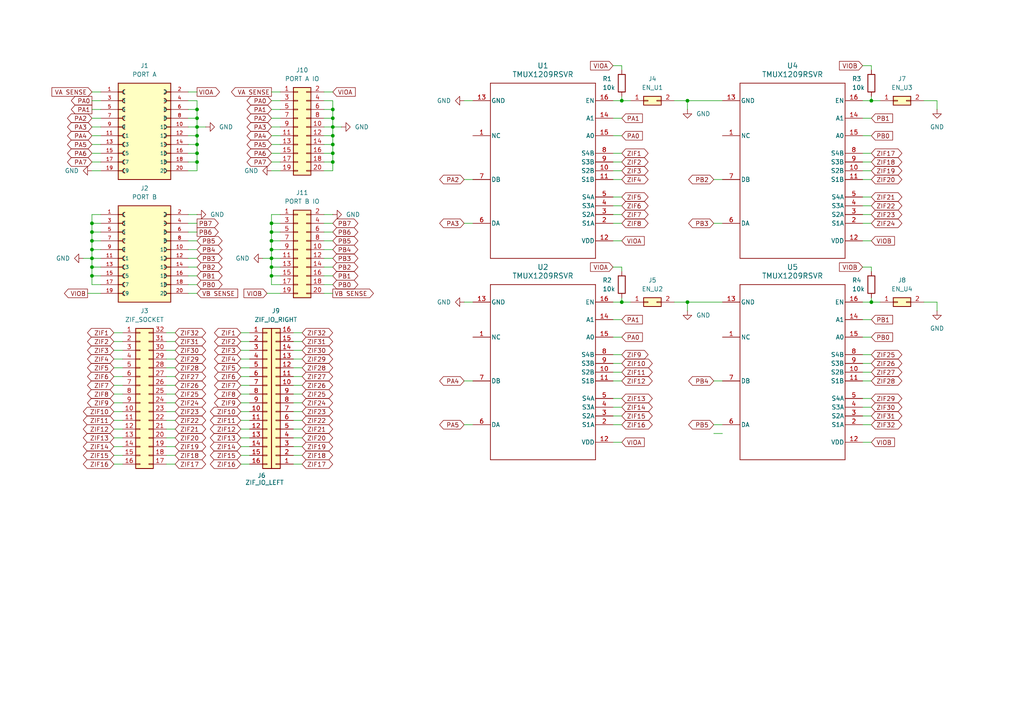
<source format=kicad_sch>
(kicad_sch (version 20250114) (generator "eeschema") (generator_version "9.0")
  (paper "A4")
  (junction (at 57.15 31.75))
  (junction (at 78.74 80.01))
  (junction (at 252.73 87.63))
  (junction (at 180.34 29.21))
  (junction (at 199.39 29.21))
  (junction (at 78.74 67.31))
  (junction (at 26.67 77.47))
  (junction (at 78.74 72.39))
  (junction (at 252.73 29.21))
  (junction (at 78.74 77.47))
  (junction (at 26.67 80.01))
  (junction (at 199.39 87.63))
  (junction (at 57.15 39.37))
  (junction (at 26.67 74.93))
  (junction (at 78.74 64.77))
  (junction (at 57.15 41.91))
  (junction (at 26.67 72.39))
  (junction (at 96.52 31.75))
  (junction (at 96.52 46.99))
  (junction (at 96.52 34.29))
  (junction (at 57.15 44.45))
  (junction (at 26.67 64.77))
  (junction (at 57.15 34.29))
  (junction (at 78.74 74.93))
  (junction (at 57.15 46.99))
  (junction (at 26.67 69.85))
  (junction (at 96.52 39.37))
  (junction (at 96.52 36.83))
  (junction (at 57.15 36.83))
  (junction (at 96.52 44.45))
  (junction (at 78.74 69.85))
  (junction (at 26.67 67.31))
  (junction (at 96.52 41.91))
  (junction (at 180.34 87.63))
  (wire (pts (xy 33.02 116.84) (xy 35.56 116.84)))
  (wire (pts (xy 93.98 82.55) (xy 96.52 82.55)))
  (wire (pts (xy 252.73 27.94) (xy 252.73 29.21)))
  (wire (pts (xy 207.01 64.77) (xy 209.55 64.77)))
  (wire (pts (xy 177.8 39.37) (xy 180.34 39.37)))
  (wire (pts (xy 26.67 77.47) (xy 26.67 74.93)))
  (wire (pts (xy 33.02 134.62) (xy 35.56 134.62)))
  (wire (pts (xy 177.8 102.87) (xy 180.34 102.87)))
  (wire (pts (xy 69.85 132.08) (xy 72.39 132.08)))
  (wire (pts (xy 85.09 106.68) (xy 87.63 106.68)))
  (wire (pts (xy 177.8 49.53) (xy 180.34 49.53)))
  (wire (pts (xy 48.26 132.08) (xy 50.8 132.08)))
  (wire (pts (xy 207.01 52.07) (xy 209.55 52.07)))
  (wire (pts (xy 54.61 74.93) (xy 57.15 74.93)))
  (wire (pts (xy 85.09 119.38) (xy 87.63 119.38)))
  (wire (pts (xy 54.61 49.53) (xy 57.15 49.53)))
  (wire (pts (xy 57.15 39.37) (xy 57.15 41.91)))
  (wire (pts (xy 69.85 127) (xy 72.39 127)))
  (wire (pts (xy 54.61 64.77) (xy 57.15 64.77)))
  (wire (pts (xy 177.8 110.49) (xy 180.34 110.49)))
  (wire (pts (xy 69.85 114.3) (xy 72.39 114.3)))
  (wire (pts (xy 85.09 96.52) (xy 87.63 96.52)))
  (wire (pts (xy 26.67 72.39) (xy 29.21 72.39)))
  (wire (pts (xy 69.85 96.52) (xy 72.39 96.52)))
  (wire (pts (xy 29.21 82.55) (xy 26.67 82.55)))
  (wire (pts (xy 177.8 46.99) (xy 180.34 46.99)))
  (wire (pts (xy 78.74 80.01) (xy 78.74 77.47)))
  (wire (pts (xy 78.74 31.75) (xy 81.28 31.75)))
  (wire (pts (xy 180.34 86.36) (xy 180.34 87.63)))
  (wire (pts (xy 54.61 31.75) (xy 57.15 31.75)))
  (wire (pts (xy 177.8 19.05) (xy 180.34 19.05)))
  (wire (pts (xy 177.8 120.65) (xy 180.34 120.65)))
  (wire (pts (xy 250.19 115.57) (xy 252.73 115.57)))
  (wire (pts (xy 93.98 34.29) (xy 96.52 34.29)))
  (wire (pts (xy 33.02 106.68) (xy 35.56 106.68)))
  (wire (pts (xy 85.09 116.84) (xy 87.63 116.84)))
  (wire (pts (xy 252.73 87.63) (xy 250.19 87.63)))
  (wire (pts (xy 93.98 69.85) (xy 96.52 69.85)))
  (wire (pts (xy 177.8 64.77) (xy 180.34 64.77)))
  (wire (pts (xy 48.26 96.52) (xy 50.8 96.52)))
  (wire (pts (xy 78.74 49.53) (xy 81.28 49.53)))
  (wire (pts (xy 26.67 64.77) (xy 29.21 64.77)))
  (wire (pts (xy 78.74 77.47) (xy 81.28 77.47)))
  (wire (pts (xy 69.85 99.06) (xy 72.39 99.06)))
  (wire (pts (xy 57.15 31.75) (xy 57.15 34.29)))
  (wire (pts (xy 134.62 123.19) (xy 137.16 123.19)))
  (wire (pts (xy 77.47 85.09) (xy 81.28 85.09)))
  (wire (pts (xy 78.74 34.29) (xy 81.28 34.29)))
  (wire (pts (xy 93.98 85.09) (xy 96.52 85.09)))
  (wire (pts (xy 26.67 69.85) (xy 29.21 69.85)))
  (wire (pts (xy 85.09 132.08) (xy 87.63 132.08)))
  (wire (pts (xy 180.34 27.94) (xy 180.34 29.21)))
  (wire (pts (xy 252.73 29.21) (xy 250.19 29.21)))
  (wire (pts (xy 177.8 105.41) (xy 180.34 105.41)))
  (wire (pts (xy 54.61 29.21) (xy 57.15 29.21)))
  (wire (pts (xy 33.02 124.46) (xy 35.56 124.46)))
  (wire (pts (xy 69.85 111.76) (xy 72.39 111.76)))
  (wire (pts (xy 26.67 36.83) (xy 29.21 36.83)))
  (wire (pts (xy 252.73 86.36) (xy 252.73 87.63)))
  (wire (pts (xy 250.19 102.87) (xy 252.73 102.87)))
  (wire (pts (xy 69.85 119.38) (xy 72.39 119.38)))
  (wire (pts (xy 93.98 41.91) (xy 96.52 41.91)))
  (wire (pts (xy 33.02 104.14) (xy 35.56 104.14)))
  (wire (pts (xy 252.73 87.63) (xy 255.27 87.63)))
  (wire (pts (xy 177.8 59.69) (xy 180.34 59.69)))
  (wire (pts (xy 93.98 77.47) (xy 96.52 77.47)))
  (wire (pts (xy 271.78 87.63) (xy 271.78 90.17)))
  (wire (pts (xy 26.67 80.01) (xy 26.67 77.47)))
  (wire (pts (xy 85.09 111.76) (xy 87.63 111.76)))
  (wire (pts (xy 85.09 99.06) (xy 87.63 99.06)))
  (wire (pts (xy 54.61 26.67) (xy 57.15 26.67)))
  (wire (pts (xy 93.98 36.83) (xy 96.52 36.83)))
  (wire (pts (xy 26.67 39.37) (xy 29.21 39.37)))
  (wire (pts (xy 177.8 62.23) (xy 180.34 62.23)))
  (wire (pts (xy 96.52 49.53) (xy 96.52 46.99)))
  (wire (pts (xy 57.15 46.99) (xy 54.61 46.99)))
  (wire (pts (xy 78.74 41.91) (xy 81.28 41.91)))
  (wire (pts (xy 250.19 59.69) (xy 252.73 59.69)))
  (wire (pts (xy 177.8 118.11) (xy 180.34 118.11)))
  (wire (pts (xy 25.4 85.09) (xy 29.21 85.09)))
  (wire (pts (xy 96.52 36.83) (xy 96.52 39.37)))
  (wire (pts (xy 93.98 64.77) (xy 96.52 64.77)))
  (wire (pts (xy 78.74 67.31) (xy 81.28 67.31)))
  (wire (pts (xy 78.74 29.21) (xy 81.28 29.21)))
  (wire (pts (xy 85.09 124.46) (xy 87.63 124.46)))
  (wire (pts (xy 26.67 41.91) (xy 29.21 41.91)))
  (wire (pts (xy 250.19 19.05) (xy 252.73 19.05)))
  (wire (pts (xy 177.8 52.07) (xy 180.34 52.07)))
  (wire (pts (xy 69.85 109.22) (xy 72.39 109.22)))
  (wire (pts (xy 177.8 34.29) (xy 180.34 34.29)))
  (wire (pts (xy 177.8 128.27) (xy 180.34 128.27)))
  (wire (pts (xy 26.67 46.99) (xy 29.21 46.99)))
  (wire (pts (xy 85.09 114.3) (xy 87.63 114.3)))
  (wire (pts (xy 33.02 119.38) (xy 35.56 119.38)))
  (wire (pts (xy 180.34 77.47) (xy 180.34 78.74)))
  (wire (pts (xy 54.61 67.31) (xy 57.15 67.31)))
  (wire (pts (xy 250.19 69.85) (xy 252.73 69.85)))
  (wire (pts (xy 57.15 34.29) (xy 57.15 36.83)))
  (wire (pts (xy 252.73 77.47) (xy 252.73 78.74)))
  (wire (pts (xy 250.19 123.19) (xy 252.73 123.19)))
  (wire (pts (xy 207.01 123.19) (xy 209.55 123.19)))
  (wire (pts (xy 81.28 62.23) (xy 78.74 62.23)))
  (wire (pts (xy 207.01 125.73) (xy 209.55 125.73)))
  (wire (pts (xy 54.61 72.39) (xy 57.15 72.39)))
  (wire (pts (xy 54.61 34.29) (xy 57.15 34.29)))
  (wire (pts (xy 26.67 80.01) (xy 29.21 80.01)))
  (wire (pts (xy 250.19 110.49) (xy 252.73 110.49)))
  (wire (pts (xy 57.15 36.83) (xy 59.69 36.83)))
  (wire (pts (xy 26.67 29.21) (xy 29.21 29.21)))
  (wire (pts (xy 250.19 97.79) (xy 252.73 97.79)))
  (wire (pts (xy 195.58 87.63) (xy 199.39 87.63)))
  (wire (pts (xy 78.74 69.85) (xy 81.28 69.85)))
  (wire (pts (xy 96.52 36.83) (xy 99.06 36.83)))
  (wire (pts (xy 26.67 44.45) (xy 29.21 44.45)))
  (wire (pts (xy 48.26 116.84) (xy 50.8 116.84)))
  (wire (pts (xy 93.98 80.01) (xy 96.52 80.01)))
  (wire (pts (xy 78.74 74.93) (xy 81.28 74.93)))
  (wire (pts (xy 78.74 44.45) (xy 81.28 44.45)))
  (wire (pts (xy 48.26 109.22) (xy 50.8 109.22)))
  (wire (pts (xy 48.26 134.62) (xy 50.8 134.62)))
  (wire (pts (xy 250.19 49.53) (xy 252.73 49.53)))
  (wire (pts (xy 78.74 72.39) (xy 81.28 72.39)))
  (wire (pts (xy 250.19 57.15) (xy 252.73 57.15)))
  (wire (pts (xy 252.73 29.21) (xy 255.27 29.21)))
  (wire (pts (xy 69.85 124.46) (xy 72.39 124.46)))
  (wire (pts (xy 134.62 52.07) (xy 137.16 52.07)))
  (wire (pts (xy 271.78 29.21) (xy 271.78 31.75)))
  (wire (pts (xy 180.34 29.21) (xy 177.8 29.21)))
  (wire (pts (xy 78.74 72.39) (xy 78.74 69.85)))
  (wire (pts (xy 48.26 101.6) (xy 50.8 101.6)))
  (wire (pts (xy 267.97 29.21) (xy 271.78 29.21)))
  (wire (pts (xy 85.09 121.92) (xy 87.63 121.92)))
  (wire (pts (xy 250.19 34.29) (xy 252.73 34.29)))
  (wire (pts (xy 26.67 49.53) (xy 29.21 49.53)))
  (wire (pts (xy 250.19 128.27) (xy 252.73 128.27)))
  (wire (pts (xy 250.19 64.77) (xy 252.73 64.77)))
  (wire (pts (xy 85.09 109.22) (xy 87.63 109.22)))
  (wire (pts (xy 54.61 62.23) (xy 57.15 62.23)))
  (wire (pts (xy 177.8 57.15) (xy 180.34 57.15)))
  (wire (pts (xy 250.19 118.11) (xy 252.73 118.11)))
  (wire (pts (xy 96.52 44.45) (xy 96.52 46.99)))
  (wire (pts (xy 24.13 74.93) (xy 26.67 74.93)))
  (wire (pts (xy 78.74 26.67) (xy 81.28 26.67)))
  (wire (pts (xy 26.67 31.75) (xy 29.21 31.75)))
  (wire (pts (xy 69.85 121.92) (xy 72.39 121.92)))
  (wire (pts (xy 78.74 36.83) (xy 81.28 36.83)))
  (wire (pts (xy 267.97 87.63) (xy 271.78 87.63)))
  (wire (pts (xy 250.19 107.95) (xy 252.73 107.95)))
  (wire (pts (xy 177.8 123.19) (xy 180.34 123.19)))
  (wire (pts (xy 78.74 62.23) (xy 78.74 64.77)))
  (wire (pts (xy 199.39 29.21) (xy 209.55 29.21)))
  (wire (pts (xy 93.98 31.75) (xy 96.52 31.75)))
  (wire (pts (xy 33.02 129.54) (xy 35.56 129.54)))
  (wire (pts (xy 195.58 29.21) (xy 199.39 29.21)))
  (wire (pts (xy 33.02 99.06) (xy 35.56 99.06)))
  (wire (pts (xy 85.09 129.54) (xy 87.63 129.54)))
  (wire (pts (xy 48.26 121.92) (xy 50.8 121.92)))
  (wire (pts (xy 177.8 69.85) (xy 180.34 69.85)))
  (wire (pts (xy 78.74 39.37) (xy 81.28 39.37)))
  (wire (pts (xy 85.09 101.6) (xy 87.63 101.6)))
  (wire (pts (xy 93.98 26.67) (xy 96.52 26.67)))
  (wire (pts (xy 252.73 19.05) (xy 252.73 20.32)))
  (wire (pts (xy 177.8 77.47) (xy 180.34 77.47)))
  (wire (pts (xy 33.02 127) (xy 35.56 127)))
  (wire (pts (xy 48.26 111.76) (xy 50.8 111.76)))
  (wire (pts (xy 78.74 80.01) (xy 81.28 80.01)))
  (wire (pts (xy 54.61 41.91) (xy 57.15 41.91)))
  (wire (pts (xy 33.02 114.3) (xy 35.56 114.3)))
  (wire (pts (xy 26.67 67.31) (xy 29.21 67.31)))
  (wire (pts (xy 199.39 90.17) (xy 199.39 87.63)))
  (wire (pts (xy 96.52 29.21) (xy 96.52 31.75)))
  (wire (pts (xy 69.85 104.14) (xy 72.39 104.14)))
  (wire (pts (xy 207.01 110.49) (xy 209.55 110.49)))
  (wire (pts (xy 26.67 26.67) (xy 29.21 26.67)))
  (wire (pts (xy 93.98 44.45) (xy 96.52 44.45)))
  (wire (pts (xy 57.15 41.91) (xy 57.15 44.45)))
  (wire (pts (xy 78.74 64.77) (xy 81.28 64.77)))
  (wire (pts (xy 96.52 46.99) (xy 93.98 46.99)))
  (wire (pts (xy 96.52 34.29) (xy 96.52 36.83)))
  (wire (pts (xy 250.19 44.45) (xy 252.73 44.45)))
  (wire (pts (xy 134.62 29.21) (xy 137.16 29.21)))
  (wire (pts (xy 93.98 39.37) (xy 96.52 39.37)))
  (wire (pts (xy 177.8 97.79) (xy 180.34 97.79)))
  (wire (pts (xy 48.26 119.38) (xy 50.8 119.38)))
  (wire (pts (xy 81.28 82.55) (xy 78.74 82.55)))
  (wire (pts (xy 85.09 127) (xy 87.63 127)))
  (wire (pts (xy 250.19 120.65) (xy 252.73 120.65)))
  (wire (pts (xy 33.02 132.08) (xy 35.56 132.08)))
  (wire (pts (xy 180.34 87.63) (xy 182.88 87.63)))
  (wire (pts (xy 48.26 127) (xy 50.8 127)))
  (wire (pts (xy 250.19 105.41) (xy 252.73 105.41)))
  (wire (pts (xy 180.34 29.21) (xy 182.88 29.21)))
  (wire (pts (xy 78.74 82.55) (xy 78.74 80.01)))
  (wire (pts (xy 54.61 77.47) (xy 57.15 77.47)))
  (wire (pts (xy 48.26 124.46) (xy 50.8 124.46)))
  (wire (pts (xy 26.67 34.29) (xy 29.21 34.29)))
  (wire (pts (xy 57.15 29.21) (xy 57.15 31.75)))
  (wire (pts (xy 54.61 85.09) (xy 57.15 85.09)))
  (wire (pts (xy 26.67 72.39) (xy 26.67 69.85)))
  (wire (pts (xy 54.61 39.37) (xy 57.15 39.37)))
  (wire (pts (xy 69.85 134.62) (xy 72.39 134.62)))
  (wire (pts (xy 134.62 110.49) (xy 137.16 110.49)))
  (wire (pts (xy 69.85 129.54) (xy 72.39 129.54)))
  (wire (pts (xy 78.74 67.31) (xy 78.74 64.77)))
  (wire (pts (xy 29.21 62.23) (xy 26.67 62.23)))
  (wire (pts (xy 78.74 74.93) (xy 78.74 72.39)))
  (wire (pts (xy 26.67 62.23) (xy 26.67 64.77)))
  (wire (pts (xy 93.98 29.21) (xy 96.52 29.21)))
  (wire (pts (xy 54.61 44.45) (xy 57.15 44.45)))
  (wire (pts (xy 250.19 39.37) (xy 252.73 39.37)))
  (wire (pts (xy 177.8 92.71) (xy 180.34 92.71)))
  (wire (pts (xy 134.62 87.63) (xy 137.16 87.63)))
  (wire (pts (xy 93.98 67.31) (xy 96.52 67.31)))
  (wire (pts (xy 26.67 82.55) (xy 26.67 80.01)))
  (wire (pts (xy 96.52 31.75) (xy 96.52 34.29)))
  (wire (pts (xy 93.98 62.23) (xy 96.52 62.23)))
  (wire (pts (xy 177.8 115.57) (xy 180.34 115.57)))
  (wire (pts (xy 26.67 69.85) (xy 26.67 67.31)))
  (wire (pts (xy 57.15 49.53) (xy 57.15 46.99)))
  (wire (pts (xy 54.61 69.85) (xy 57.15 69.85)))
  (wire (pts (xy 96.52 39.37) (xy 96.52 41.91)))
  (wire (pts (xy 26.67 74.93) (xy 29.21 74.93)))
  (wire (pts (xy 33.02 96.52) (xy 35.56 96.52)))
  (wire (pts (xy 93.98 72.39) (xy 96.52 72.39)))
  (wire (pts (xy 93.98 74.93) (xy 96.52 74.93)))
  (wire (pts (xy 48.26 104.14) (xy 50.8 104.14)))
  (wire (pts (xy 69.85 106.68) (xy 72.39 106.68)))
  (wire (pts (xy 199.39 87.63) (xy 209.55 87.63)))
  (wire (pts (xy 48.26 99.06) (xy 50.8 99.06)))
  (wire (pts (xy 69.85 116.84) (xy 72.39 116.84)))
  (wire (pts (xy 250.19 62.23) (xy 252.73 62.23)))
  (wire (pts (xy 54.61 82.55) (xy 57.15 82.55)))
  (wire (pts (xy 33.02 111.76) (xy 35.56 111.76)))
  (wire (pts (xy 85.09 104.14) (xy 87.63 104.14)))
  (wire (pts (xy 250.19 46.99) (xy 252.73 46.99)))
  (wire (pts (xy 180.34 87.63) (xy 177.8 87.63)))
  (wire (pts (xy 134.62 64.77) (xy 137.16 64.77)))
  (wire (pts (xy 177.8 107.95) (xy 180.34 107.95)))
  (wire (pts (xy 250.19 77.47) (xy 252.73 77.47)))
  (wire (pts (xy 199.39 31.75) (xy 199.39 29.21)))
  (wire (pts (xy 33.02 101.6) (xy 35.56 101.6)))
  (wire (pts (xy 250.19 92.71) (xy 252.73 92.71)))
  (wire (pts (xy 69.85 101.6) (xy 72.39 101.6)))
  (wire (pts (xy 48.26 106.68) (xy 50.8 106.68)))
  (wire (pts (xy 93.98 49.53) (xy 96.52 49.53)))
  (wire (pts (xy 57.15 44.45) (xy 57.15 46.99)))
  (wire (pts (xy 54.61 80.01) (xy 57.15 80.01)))
  (wire (pts (xy 48.26 114.3) (xy 50.8 114.3)))
  (wire (pts (xy 78.74 77.47) (xy 78.74 74.93)))
  (wire (pts (xy 26.67 74.93) (xy 26.67 72.39)))
  (wire (pts (xy 48.26 129.54) (xy 50.8 129.54)))
  (wire (pts (xy 180.34 19.05) (xy 180.34 20.32)))
  (wire (pts (xy 33.02 109.22) (xy 35.56 109.22)))
  (wire (pts (xy 76.2 74.93) (xy 78.74 74.93)))
  (wire (pts (xy 78.74 46.99) (xy 81.28 46.99)))
  (wire (pts (xy 33.02 121.92) (xy 35.56 121.92)))
  (wire (pts (xy 78.74 69.85) (xy 78.74 67.31)))
  (wire (pts (xy 85.09 134.62) (xy 87.63 134.62)))
  (wire (pts (xy 57.15 36.83) (xy 57.15 39.37)))
  (wire (pts (xy 96.52 41.91) (xy 96.52 44.45)))
  (wire (pts (xy 26.67 77.47) (xy 29.21 77.47)))
  (wire (pts (xy 54.61 36.83) (xy 57.15 36.83)))
  (wire (pts (xy 26.67 67.31) (xy 26.67 64.77)))
  (wire (pts (xy 250.19 52.07) (xy 252.73 52.07)))
  (wire (pts (xy 177.8 44.45) (xy 180.34 44.45)))
  (global_label "ZIF1" (shape bidirectional) (at 69.85 96.52 180) (property "Intersheetrefs" "${INTERSHEET_REFS}" (effects (hide yes))))
  (global_label "PB0" (shape bidirectional) (at 96.52 82.55 0) (property "Intersheetrefs" "${INTERSHEET_REFS}" (effects (hide yes))))
  (global_label "ZIF22" (shape bidirectional) (at 87.63 121.92 0) (property "Intersheetrefs" "${INTERSHEET_REFS}" (effects (hide yes))))
  (global_label "ZIF18" (shape bidirectional) (at 87.63 132.08 0) (property "Intersheetrefs" "${INTERSHEET_REFS}" (effects (hide yes))))
  (global_label "PB4" (shape bidirectional) (at 96.52 72.39 0) (property "Intersheetrefs" "${INTERSHEET_REFS}" (effects (hide yes))))
  (global_label "ZIF19" (shape bidirectional) (at 87.63 129.54 0) (property "Intersheetrefs" "${INTERSHEET_REFS}" (effects (hide yes))))
  (global_label "PB1" (shape bidirectional) (at 57.15 80.01 0) (property "Intersheetrefs" "${INTERSHEET_REFS}" (effects (hide yes))))
  (global_label "ZIF23" (shape bidirectional) (at 87.63 119.38 0) (property "Intersheetrefs" "${INTERSHEET_REFS}" (effects (hide yes))))
  (global_label "PA5" (shape bidirectional) (at 134.62 123.19 180) (property "Intersheetrefs" "${INTERSHEET_REFS}" (effects (hide yes))))
  (global_label "ZIF2" (shape bidirectional) (at 69.85 99.06 180) (property "Intersheetrefs" "${INTERSHEET_REFS}" (effects (hide yes))))
  (global_label "VIOA" (shape output) (at 57.15 26.67 0) (property "Intersheetrefs" "${INTERSHEET_REFS}" (effects (hide yes))))
  (global_label "PA2" (shape bidirectional) (at 78.74 34.29 180) (property "Intersheetrefs" "${INTERSHEET_REFS}" (effects (hide yes))))
  (global_label "PA0" (shape input) (at 180.34 39.37 0) (property "Intersheetrefs" "${INTERSHEET_REFS}" (effects (hide yes))))
  (global_label "ZIF28" (shape bidirectional) (at 87.63 106.68 0) (property "Intersheetrefs" "${INTERSHEET_REFS}" (effects (hide yes))))
  (global_label "PB0" (shape input) (at 252.73 39.37 0) (property "Intersheetrefs" "${INTERSHEET_REFS}" (effects (hide yes))))
  (global_label "VIOA" (shape input) (at 180.34 128.27 0) (property "Intersheetrefs" "${INTERSHEET_REFS}" (effects (hide yes))))
  (global_label "PA6" (shape bidirectional) (at 78.74 44.45 180) (property "Intersheetrefs" "${INTERSHEET_REFS}" (effects (hide yes))))
  (global_label "PA0" (shape bidirectional) (at 78.74 29.21 180) (property "Intersheetrefs" "${INTERSHEET_REFS}" (effects (hide yes))))
  (global_label "ZIF7" (shape bidirectional) (at 69.85 111.76 180) (property "Intersheetrefs" "${INTERSHEET_REFS}" (effects (hide yes))))
  (global_label "VIOA" (shape input) (at 96.52 26.67 0) (property "Intersheetrefs" "${INTERSHEET_REFS}" (effects (hide yes))))
  (global_label "VIOB" (shape input) (at 252.73 128.27 0) (property "Intersheetrefs" "${INTERSHEET_REFS}" (effects (hide yes))))
  (global_label "ZIF16" (shape bidirectional) (at 69.85 134.62 180) (property "Intersheetrefs" "${INTERSHEET_REFS}" (effects (hide yes))))
  (global_label "PA7" (shape bidirectional) (at 26.67 46.99 180) (property "Intersheetrefs" "${INTERSHEET_REFS}" (effects (hide yes))))
  (global_label "VIOB" (shape output) (at 25.4 85.09 180) (property "Intersheetrefs" "${INTERSHEET_REFS}" (effects (hide yes))))
  (global_label "ZIF10" (shape bidirectional) (at 69.85 119.38 180) (property "Intersheetrefs" "${INTERSHEET_REFS}" (effects (hide yes))))
  (global_label "PA2" (shape bidirectional) (at 26.67 34.29 180) (property "Intersheetrefs" "${INTERSHEET_REFS}" (effects (hide yes))))
  (global_label "PB6" (shape bidirectional) (at 96.52 67.31 0) (property "Intersheetrefs" "${INTERSHEET_REFS}" (effects (hide yes))))
  (global_label "PB3" (shape bidirectional) (at 207.01 64.77 180) (property "Intersheetrefs" "${INTERSHEET_REFS}" (effects (hide yes))))
  (global_label "VA SENSE" (shape output) (at 78.74 26.67 180) (property "Intersheetrefs" "${INTERSHEET_REFS}" (effects (hide yes))))
  (global_label "PA3" (shape bidirectional) (at 78.74 36.83 180) (property "Intersheetrefs" "${INTERSHEET_REFS}" (effects (hide yes))))
  (global_label "VIOA" (shape input) (at 180.34 69.85 0) (property "Intersheetrefs" "${INTERSHEET_REFS}" (effects (hide yes))))
  (global_label "PA2" (shape bidirectional) (at 134.62 52.07 180) (property "Intersheetrefs" "${INTERSHEET_REFS}" (effects (hide yes))))
  (global_label "ZIF29" (shape bidirectional) (at 87.63 104.14 0) (property "Intersheetrefs" "${INTERSHEET_REFS}" (effects (hide yes))))
  (global_label "ZIF25" (shape bidirectional) (at 87.63 114.3 0) (property "Intersheetrefs" "${INTERSHEET_REFS}" (effects (hide yes))))
  (global_label "ZIF30" (shape bidirectional) (at 87.63 101.6 0) (property "Intersheetrefs" "${INTERSHEET_REFS}" (effects (hide yes))))
  (global_label "PB4" (shape bidirectional) (at 207.01 110.49 180) (property "Intersheetrefs" "${INTERSHEET_REFS}" (effects (hide yes))))
  (global_label "ZIF12" (shape bidirectional) (at 69.85 124.46 180) (property "Intersheetrefs" "${INTERSHEET_REFS}" (effects (hide yes))))
  (global_label "PB1" (shape input) (at 252.73 34.29 0) (property "Intersheetrefs" "${INTERSHEET_REFS}" (effects (hide yes))))
  (global_label "ZIF32" (shape bidirectional) (at 87.63 96.52 0) (property "Intersheetrefs" "${INTERSHEET_REFS}" (effects (hide yes))))
  (global_label "VIOB" (shape input) (at 250.19 77.47 180) (property "Intersheetrefs" "${INTERSHEET_REFS}" (effects (hide yes))))
  (global_label "PA5" (shape bidirectional) (at 78.74 41.91 180) (property "Intersheetrefs" "${INTERSHEET_REFS}" (effects (hide yes))))
  (global_label "PA0" (shape input) (at 180.34 97.79 0) (property "Intersheetrefs" "${INTERSHEET_REFS}" (effects (hide yes))))
  (global_label "PB0" (shape bidirectional) (at 57.15 82.55 0) (property "Intersheetrefs" "${INTERSHEET_REFS}" (effects (hide yes))))
  (global_label "PA0" (shape output) (at 26.67 29.21 180) (property "Intersheetrefs" "${INTERSHEET_REFS}" (effects (hide yes))))
  (global_label "VIOB" (shape input) (at 252.73 69.85 0) (property "Intersheetrefs" "${INTERSHEET_REFS}" (effects (hide yes))))
  (global_label "VA SENSE" (shape input) (at 26.67 26.67 180) (property "Intersheetrefs" "${INTERSHEET_REFS}" (effects (hide yes))))
  (global_label "PA1" (shape input) (at 180.34 92.71 0) (property "Intersheetrefs" "${INTERSHEET_REFS}" (effects (hide yes))))
  (global_label "ZIF4" (shape bidirectional) (at 69.85 104.14 180) (property "Intersheetrefs" "${INTERSHEET_REFS}" (effects (hide yes))))
  (global_label "ZIF22" (shape bidirectional) (at 50.8 121.92 0) (property "Intersheetrefs" "${INTERSHEET_REFS}" (effects (hide yes))))
  (global_label "ZIF23" (shape bidirectional) (at 50.8 119.38 0) (property "Intersheetrefs" "${INTERSHEET_REFS}" (effects (hide yes))))
  (global_label "ZIF25" (shape bidirectional) (at 50.8 114.3 0) (property "Intersheetrefs" "${INTERSHEET_REFS}" (effects (hide yes))))
  (global_label "ZIF24" (shape bidirectional) (at 50.8 116.84 0) (property "Intersheetrefs" "${INTERSHEET_REFS}" (effects (hide yes))))
  (global_label "ZIF21" (shape bidirectional) (at 50.8 124.46 0) (property "Intersheetrefs" "${INTERSHEET_REFS}" (effects (hide yes))))
  (global_label "ZIF26" (shape bidirectional) (at 50.8 111.76 0) (property "Intersheetrefs" "${INTERSHEET_REFS}" (effects (hide yes))))
  (global_label "ZIF30" (shape bidirectional) (at 50.8 101.6 0) (property "Intersheetrefs" "${INTERSHEET_REFS}" (effects (hide yes))))
  (global_label "ZIF31" (shape bidirectional) (at 50.8 99.06 0) (property "Intersheetrefs" "${INTERSHEET_REFS}" (effects (hide yes))))
  (global_label "ZIF27" (shape bidirectional) (at 50.8 109.22 0) (property "Intersheetrefs" "${INTERSHEET_REFS}" (effects (hide yes))))
  (global_label "ZIF28" (shape bidirectional) (at 50.8 106.68 0) (property "Intersheetrefs" "${INTERSHEET_REFS}" (effects (hide yes))))
  (global_label "ZIF29" (shape bidirectional) (at 50.8 104.14 0) (property "Intersheetrefs" "${INTERSHEET_REFS}" (effects (hide yes))))
  (global_label "ZIF32" (shape bidirectional) (at 50.8 96.52 0) (property "Intersheetrefs" "${INTERSHEET_REFS}" (effects (hide yes))))
  (global_label "ZIF18" (shape bidirectional) (at 50.8 132.08 0) (property "Intersheetrefs" "${INTERSHEET_REFS}" (effects (hide yes))))
  (global_label "ZIF19" (shape bidirectional) (at 50.8 129.54 0) (property "Intersheetrefs" "${INTERSHEET_REFS}" (effects (hide yes))))
  (global_label "ZIF17" (shape bidirectional) (at 50.8 134.62 0) (property "Intersheetrefs" "${INTERSHEET_REFS}" (effects (hide yes))))
  (global_label "ZIF20" (shape bidirectional) (at 50.8 127 0) (property "Intersheetrefs" "${INTERSHEET_REFS}" (effects (hide yes))))
  (global_label "PB5" (shape bidirectional) (at 207.01 123.19 180) (property "Intersheetrefs" "${INTERSHEET_REFS}" (effects (hide yes))))
  (global_label "PA5" (shape bidirectional) (at 26.67 41.91 180) (property "Intersheetrefs" "${INTERSHEET_REFS}" (effects (hide yes))))
  (global_label "ZIF6" (shape bidirectional) (at 69.85 109.22 180) (property "Intersheetrefs" "${INTERSHEET_REFS}" (effects (hide yes))))
  (global_label "ZIF13" (shape bidirectional) (at 69.85 127 180) (property "Intersheetrefs" "${INTERSHEET_REFS}" (effects (hide yes))))
  (global_label "ZIF3" (shape bidirectional) (at 69.85 101.6 180) (property "Intersheetrefs" "${INTERSHEET_REFS}" (effects (hide yes))))
  (global_label "ZIF15" (shape bidirectional) (at 69.85 132.08 180) (property "Intersheetrefs" "${INTERSHEET_REFS}" (effects (hide yes))))
  (global_label "PB7" (shape output) (at 57.15 64.77 0) (property "Intersheetrefs" "${INTERSHEET_REFS}" (effects (hide yes))))
  (global_label "ZIF17" (shape bidirectional) (at 87.63 134.62 0) (property "Intersheetrefs" "${INTERSHEET_REFS}" (effects (hide yes))))
  (global_label "PB5" (shape bidirectional) (at 57.15 69.85 0) (property "Intersheetrefs" "${INTERSHEET_REFS}" (effects (hide yes))))
  (global_label "ZIF11" (shape bidirectional) (at 69.85 121.92 180) (property "Intersheetrefs" "${INTERSHEET_REFS}" (effects (hide yes))))
  (global_label "PB2" (shape bidirectional) (at 96.52 77.47 0) (property "Intersheetrefs" "${INTERSHEET_REFS}" (effects (hide yes))))
  (global_label "PB0" (shape input) (at 252.73 97.79 0) (property "Intersheetrefs" "${INTERSHEET_REFS}" (effects (hide yes))))
  (global_label "VIOB" (shape input) (at 250.19 19.05 180) (property "Intersheetrefs" "${INTERSHEET_REFS}" (effects (hide yes))))
  (global_label "VB SENSE" (shape input) (at 57.15 85.09 0) (property "Intersheetrefs" "${INTERSHEET_REFS}" (effects (hide yes))))
  (global_label "ZIF14" (shape bidirectional) (at 69.85 129.54 180) (property "Intersheetrefs" "${INTERSHEET_REFS}" (effects (hide yes))))
  (global_label "VB SENSE" (shape output) (at 96.52 85.09 0) (property "Intersheetrefs" "${INTERSHEET_REFS}" (effects (hide yes))))
  (global_label "PA4" (shape bidirectional) (at 134.62 110.49 180) (property "Intersheetrefs" "${INTERSHEET_REFS}" (effects (hide yes))))
  (global_label "ZIF14" (shape bidirectional) (at 180.34 118.11 0) (property "Intersheetrefs" "${INTERSHEET_REFS}" (effects (hide yes))))
  (global_label "ZIF13" (shape bidirectional) (at 180.34 115.57 0) (property "Intersheetrefs" "${INTERSHEET_REFS}" (effects (hide yes))))
  (global_label "ZIF15" (shape bidirectional) (at 180.34 120.65 0) (property "Intersheetrefs" "${INTERSHEET_REFS}" (effects (hide yes))))
  (global_label "ZIF16" (shape bidirectional) (at 180.34 123.19 0) (property "Intersheetrefs" "${INTERSHEET_REFS}" (effects (hide yes))))
  (global_label "ZIF9" (shape bidirectional) (at 180.34 102.87 0) (property "Intersheetrefs" "${INTERSHEET_REFS}" (effects (hide yes))))
  (global_label "ZIF10" (shape bidirectional) (at 180.34 105.41 0) (property "Intersheetrefs" "${INTERSHEET_REFS}" (effects (hide yes))))
  (global_label "ZIF11" (shape bidirectional) (at 180.34 107.95 0) (property "Intersheetrefs" "${INTERSHEET_REFS}" (effects (hide yes))))
  (global_label "ZIF12" (shape bidirectional) (at 180.34 110.49 0) (property "Intersheetrefs" "${INTERSHEET_REFS}" (effects (hide yes))))
  (global_label "ZIF23" (shape bidirectional) (at 252.73 62.23 0) (property "Intersheetrefs" "${INTERSHEET_REFS}" (effects (hide yes))))
  (global_label "ZIF24" (shape bidirectional) (at 252.73 64.77 0) (property "Intersheetrefs" "${INTERSHEET_REFS}" (effects (hide yes))))
  (global_label "ZIF21" (shape bidirectional) (at 252.73 57.15 0) (property "Intersheetrefs" "${INTERSHEET_REFS}" (effects (hide yes))))
  (global_label "ZIF20" (shape bidirectional) (at 252.73 52.07 0) (property "Intersheetrefs" "${INTERSHEET_REFS}" (effects (hide yes))))
  (global_label "ZIF22" (shape bidirectional) (at 252.73 59.69 0) (property "Intersheetrefs" "${INTERSHEET_REFS}" (effects (hide yes))))
  (global_label "ZIF18" (shape bidirectional) (at 252.73 46.99 0) (property "Intersheetrefs" "${INTERSHEET_REFS}" (effects (hide yes))))
  (global_label "ZIF17" (shape bidirectional) (at 252.73 44.45 0) (property "Intersheetrefs" "${INTERSHEET_REFS}" (effects (hide yes))))
  (global_label "ZIF19" (shape bidirectional) (at 252.73 49.53 0) (property "Intersheetrefs" "${INTERSHEET_REFS}" (effects (hide yes))))
  (global_label "ZIF5" (shape bidirectional) (at 180.34 57.15 0) (property "Intersheetrefs" "${INTERSHEET_REFS}" (effects (hide yes))))
  (global_label "ZIF4" (shape bidirectional) (at 180.34 52.07 0) (property "Intersheetrefs" "${INTERSHEET_REFS}" (effects (hide yes))))
  (global_label "ZIF1" (shape bidirectional) (at 180.34 44.45 0) (property "Intersheetrefs" "${INTERSHEET_REFS}" (effects (hide yes))))
  (global_label "ZIF3" (shape bidirectional) (at 180.34 49.53 0) (property "Intersheetrefs" "${INTERSHEET_REFS}" (effects (hide yes))))
  (global_label "ZIF2" (shape bidirectional) (at 180.34 46.99 0) (property "Intersheetrefs" "${INTERSHEET_REFS}" (effects (hide yes))))
  (global_label "ZIF7" (shape bidirectional) (at 180.34 62.23 0) (property "Intersheetrefs" "${INTERSHEET_REFS}" (effects (hide yes))))
  (global_label "ZIF6" (shape bidirectional) (at 180.34 59.69 0) (property "Intersheetrefs" "${INTERSHEET_REFS}" (effects (hide yes))))
  (global_label "ZIF8" (shape bidirectional) (at 180.34 64.77 0) (property "Intersheetrefs" "${INTERSHEET_REFS}" (effects (hide yes))))
  (global_label "ZIF27" (shape bidirectional) (at 252.73 107.95 0) (property "Intersheetrefs" "${INTERSHEET_REFS}" (effects (hide yes))))
  (global_label "ZIF25" (shape bidirectional) (at 252.73 102.87 0) (property "Intersheetrefs" "${INTERSHEET_REFS}" (effects (hide yes))))
  (global_label "ZIF26" (shape bidirectional) (at 252.73 105.41 0) (property "Intersheetrefs" "${INTERSHEET_REFS}" (effects (hide yes))))
  (global_label "ZIF28" (shape bidirectional) (at 252.73 110.49 0) (property "Intersheetrefs" "${INTERSHEET_REFS}" (effects (hide yes))))
  (global_label "ZIF29" (shape bidirectional) (at 252.73 115.57 0) (property "Intersheetrefs" "${INTERSHEET_REFS}" (effects (hide yes))))
  (global_label "ZIF30" (shape bidirectional) (at 252.73 118.11 0) (property "Intersheetrefs" "${INTERSHEET_REFS}" (effects (hide yes))))
  (global_label "ZIF31" (shape bidirectional) (at 252.73 120.65 0) (property "Intersheetrefs" "${INTERSHEET_REFS}" (effects (hide yes))))
  (global_label "ZIF32" (shape bidirectional) (at 252.73 123.19 0) (property "Intersheetrefs" "${INTERSHEET_REFS}" (effects (hide yes))))
  (global_label "PA1" (shape input) (at 180.34 34.29 0) (property "Intersheetrefs" "${INTERSHEET_REFS}" (effects (hide yes))))
  (global_label "ZIF9" (shape bidirectional) (at 69.85 116.84 180) (property "Intersheetrefs" "${INTERSHEET_REFS}" (effects (hide yes))))
  (global_label "PA3" (shape bidirectional) (at 134.62 64.77 180) (property "Intersheetrefs" "${INTERSHEET_REFS}" (effects (hide yes))))
  (global_label "PA1" (shape output) (at 26.67 31.75 180) (property "Intersheetrefs" "${INTERSHEET_REFS}" (effects (hide yes))))
  (global_label "VIOA" (shape input) (at 177.8 77.47 180) (property "Intersheetrefs" "${INTERSHEET_REFS}" (effects (hide yes))))
  (global_label "PB5" (shape bidirectional) (at 96.52 69.85 0) (property "Intersheetrefs" "${INTERSHEET_REFS}" (effects (hide yes))))
  (global_label "PB7" (shape bidirectional) (at 96.52 64.77 0) (property "Intersheetrefs" "${INTERSHEET_REFS}" (effects (hide yes))))
  (global_label "ZIF27" (shape bidirectional) (at 87.63 109.22 0) (property "Intersheetrefs" "${INTERSHEET_REFS}" (effects (hide yes))))
  (global_label "PB2" (shape bidirectional) (at 207.01 52.07 180) (property "Intersheetrefs" "${INTERSHEET_REFS}" (effects (hide yes))))
  (global_label "PA1" (shape bidirectional) (at 78.74 31.75 180) (property "Intersheetrefs" "${INTERSHEET_REFS}" (effects (hide yes))))
  (global_label "VIOB" (shape input) (at 77.47 85.09 180) (property "Intersheetrefs" "${INTERSHEET_REFS}" (effects (hide yes))))
  (global_label "PB3" (shape bidirectional) (at 57.15 74.93 0) (property "Intersheetrefs" "${INTERSHEET_REFS}" (effects (hide yes))))
  (global_label "PA7" (shape bidirectional) (at 78.74 46.99 180) (property "Intersheetrefs" "${INTERSHEET_REFS}" (effects (hide yes))))
  (global_label "ZIF3" (shape bidirectional) (at 33.02 101.6 180) (property "Intersheetrefs" "${INTERSHEET_REFS}" (effects (hide yes))))
  (global_label "ZIF1" (shape bidirectional) (at 33.02 96.52 180) (property "Intersheetrefs" "${INTERSHEET_REFS}" (effects (hide yes))))
  (global_label "ZIF2" (shape bidirectional) (at 33.02 99.06 180) (property "Intersheetrefs" "${INTERSHEET_REFS}" (effects (hide yes))))
  (global_label "ZIF4" (shape bidirectional) (at 33.02 104.14 180) (property "Intersheetrefs" "${INTERSHEET_REFS}" (effects (hide yes))))
  (global_label "ZIF5" (shape bidirectional) (at 33.02 106.68 180) (property "Intersheetrefs" "${INTERSHEET_REFS}" (effects (hide yes))))
  (global_label "ZIF9" (shape bidirectional) (at 33.02 116.84 180) (property "Intersheetrefs" "${INTERSHEET_REFS}" (effects (hide yes))))
  (global_label "ZIF6" (shape bidirectional) (at 33.02 109.22 180) (property "Intersheetrefs" "${INTERSHEET_REFS}" (effects (hide yes))))
  (global_label "ZIF7" (shape bidirectional) (at 33.02 111.76 180) (property "Intersheetrefs" "${INTERSHEET_REFS}" (effects (hide yes))))
  (global_label "ZIF8" (shape bidirectional) (at 33.02 114.3 180) (property "Intersheetrefs" "${INTERSHEET_REFS}" (effects (hide yes))))
  (global_label "ZIF10" (shape bidirectional) (at 33.02 119.38 180) (property "Intersheetrefs" "${INTERSHEET_REFS}" (effects (hide yes))))
  (global_label "ZIF13" (shape bidirectional) (at 33.02 127 180) (property "Intersheetrefs" "${INTERSHEET_REFS}" (effects (hide yes))))
  (global_label "ZIF14" (shape bidirectional) (at 33.02 129.54 180) (property "Intersheetrefs" "${INTERSHEET_REFS}" (effects (hide yes))))
  (global_label "ZIF15" (shape bidirectional) (at 33.02 132.08 180) (property "Intersheetrefs" "${INTERSHEET_REFS}" (effects (hide yes))))
  (global_label "ZIF12" (shape bidirectional) (at 33.02 124.46 180) (property "Intersheetrefs" "${INTERSHEET_REFS}" (effects (hide yes))))
  (global_label "ZIF11" (shape bidirectional) (at 33.02 121.92 180) (property "Intersheetrefs" "${INTERSHEET_REFS}" (effects (hide yes))))
  (global_label "ZIF16" (shape bidirectional) (at 33.02 134.62 180) (property "Intersheetrefs" "${INTERSHEET_REFS}" (effects (hide yes))))
  (global_label "PB2" (shape bidirectional) (at 57.15 77.47 0) (property "Intersheetrefs" "${INTERSHEET_REFS}" (effects (hide yes))))
  (global_label "PA4" (shape bidirectional) (at 26.67 39.37 180) (property "Intersheetrefs" "${INTERSHEET_REFS}" (effects (hide yes))))
  (global_label "ZIF5" (shape bidirectional) (at 69.85 106.68 180) (property "Intersheetrefs" "${INTERSHEET_REFS}" (effects (hide yes))))
  (global_label "PB1" (shape input) (at 252.73 92.71 0) (property "Intersheetrefs" "${INTERSHEET_REFS}" (effects (hide yes))))
  (global_label "ZIF21" (shape bidirectional) (at 87.63 124.46 0) (property "Intersheetrefs" "${INTERSHEET_REFS}" (effects (hide yes))))
  (global_label "ZIF24" (shape bidirectional) (at 87.63 116.84 0) (property "Intersheetrefs" "${INTERSHEET_REFS}" (effects (hide yes))))
  (global_label "PA3" (shape bidirectional) (at 26.67 36.83 180) (property "Intersheetrefs" "${INTERSHEET_REFS}" (effects (hide yes))))
  (global_label "ZIF31" (shape bidirectional) (at 87.63 99.06 0) (property "Intersheetrefs" "${INTERSHEET_REFS}" (effects (hide yes))))
  (global_label "PB1" (shape bidirectional) (at 96.52 80.01 0) (property "Intersheetrefs" "${INTERSHEET_REFS}" (effects (hide yes))))
  (global_label "ZIF26" (shape bidirectional) (at 87.63 111.76 0) (property "Intersheetrefs" "${INTERSHEET_REFS}" (effects (hide yes))))
  (global_label "PB6" (shape output) (at 57.15 67.31 0) (property "Intersheetrefs" "${INTERSHEET_REFS}" (effects (hide yes))))
  (global_label "ZIF20" (shape bidirectional) (at 87.63 127 0) (property "Intersheetrefs" "${INTERSHEET_REFS}" (effects (hide yes))))
  (global_label "ZIF8" (shape bidirectional) (at 69.85 114.3 180) (property "Intersheetrefs" "${INTERSHEET_REFS}" (effects (hide yes))))
  (global_label "VIOA" (shape input) (at 177.8 19.05 180) (property "Intersheetrefs" "${INTERSHEET_REFS}" (effects (hide yes))))
  (global_label "PB4" (shape bidirectional) (at 57.15 72.39 0) (property "Intersheetrefs" "${INTERSHEET_REFS}" (effects (hide yes))))
  (global_label "PA6" (shape bidirectional) (at 26.67 44.45 180) (property "Intersheetrefs" "${INTERSHEET_REFS}" (effects (hide yes))))
  (global_label "PB3" (shape bidirectional) (at 96.52 74.93 0) (property "Intersheetrefs" "${INTERSHEET_REFS}" (effects (hide yes))))
  (global_label "PA4" (shape bidirectional) (at 78.74 39.37 180) (property "Intersheetrefs" "${INTERSHEET_REFS}" (effects (hide yes))))
  (symbol (lib_id "power:GND") (at 57.15 62.23 90) (unit 1)
    (property "Reference" "#PWR04" (effects (hide yes)))
    (property "Value" "GND" (at 60.96 62.2299 90) (effects (justify right)))
    (property "Description" "Power symbol creates a global label with name \"GND\" , ground" (effects (hide yes)))
  )
  (symbol (lib_id "2025-10-13_14-57-00:TMUX1209RSVR") (at 157.48 49.53 180) (unit 1)
    (property "Reference" "U1" (at 157.48 19.05 0) (effects (font (size 1.524 1.524))))
    (property "Value" "TMUX1209RSVR" (at 157.48 21.59 0) (effects (font (size 1.524 1.524))))
    (property "Footprint" "TMUX1029RSVR:RSV0016A" (effects (hide yes)))
    (property "Datasheet" "https://www.ti.com/lit/gpn/tmux1209" (effects (hide yes)))
  )
  (symbol (lib_id "Connector_Generic:Conn_02x01") (at 260.35 29.21 0) (unit 1)
    (property "Reference" "J7" (at 261.62 22.86 0))
    (property "Value" "EN_U3" (at 261.62 25.4 0))
    (property "Footprint" "Connector_PinHeader_2.54mm:PinHeader_1x02_P2.54mm_Vertical" (effects (hide yes)))
    (property "Description" "Generic connector, double row, 02x01, this symbol is compatible with counter-clockwise, top-bottom and odd-even numbering schemes., script generated (kicad-library-utils/schlib/autogen/connector/)" (effects (hide yes)))
  )
  (symbol (lib_id "Device:R") (at 180.34 24.13 180) (unit 1)
    (property "Reference" "R1" (at 174.752 22.86 0) (effects (justify right)))
    (property "Value" "10k" (at 174.752 25.4 0) (effects (justify right)))
    (property "Footprint" "Resistor_THT:R_Axial_DIN0204_L3.6mm_D1.6mm_P7.62mm_Horizontal" (effects (hide yes)))
    (property "Description" "Resistor" (effects (hide yes)))
  )
  (symbol (lib_id "power:GND") (at 78.74 49.53 270) (unit 1)
    (property "Reference" "#PWR014" (effects (hide yes)))
    (property "Value" "GND" (at 74.93 49.5299 90) (effects (justify right)))
    (property "Description" "Power symbol creates a global label with name \"GND\" , ground" (effects (hide yes)))
  )
  (symbol (lib_id "power:GND") (at 76.2 74.93 270) (unit 1)
    (property "Reference" "#PWR012" (effects (hide yes)))
    (property "Value" "GND" (at 72.39 74.9299 90) (effects (justify right)))
    (property "Description" "Power symbol creates a global label with name \"GND\" , ground" (effects (hide yes)))
  )
  (symbol (lib_id "power:GND") (at 271.78 31.75 0) (unit 1)
    (property "Reference" "#PWR09" (effects (hide yes)))
    (property "Value" "GND" (at 271.78 36.83 0))
    (property "Description" "Power symbol creates a global label with name \"GND\" , ground" (effects (hide yes)))
  )
  (symbol (lib_id "power:GND") (at 59.69 36.83 90) (unit 1)
    (property "Reference" "#PWR01" (effects (hide yes)))
    (property "Value" "GND" (at 63.5 36.8299 90) (effects (justify right)))
    (property "Description" "Power symbol creates a global label with name \"GND\" , ground" (effects (hide yes)))
  )
  (symbol (lib_id "Connector_Generic:Conn_02x01") (at 187.96 87.63 0) (unit 1)
    (property "Reference" "J5" (at 189.23 81.28 0))
    (property "Value" "EN_U2" (at 189.23 83.82 0))
    (property "Footprint" "Connector_PinHeader_2.54mm:PinHeader_1x02_P2.54mm_Vertical" (effects (hide yes)))
    (property "Description" "Generic connector, double row, 02x01, this symbol is compatible with counter-clockwise, top-bottom and odd-even numbering schemes., script generated (kicad-library-utils/schlib/autogen/connector/)" (effects (hide yes)))
  )
  (symbol (lib_id "power:GND") (at 26.67 49.53 270) (unit 1)
    (property "Reference" "#PWR02" (effects (hide yes)))
    (property "Value" "GND" (at 22.86 49.5299 90) (effects (justify right)))
    (property "Description" "Power symbol creates a global label with name \"GND\" , ground" (effects (hide yes)))
  )
  (symbol (lib_id "Connector_Generic:Conn_02x10_Odd_Even") (at 86.36 36.83 0) (unit 1)
    (property "Reference" "J10" (at 87.63 20.32 0))
    (property "Value" "PORT A IO" (at 87.63 22.86 0))
    (property "Footprint" "Connector_PinHeader_2.54mm:PinHeader_2x10_P2.54mm_Vertical" (effects (hide yes)))
    (property "Description" "Generic connector, double row, 02x10, odd/even pin numbering scheme (row 1 odd numbers, row 2 even numbers), script generated (kicad-library-utils/schlib/autogen/connector/)" (effects (hide yes)))
  )
  (symbol (lib_id "2025-10-13_14-57-00:TMUX1209RSVR") (at 229.87 107.95 180) (unit 1)
    (property "Reference" "U5" (at 229.87 77.47 0) (effects (font (size 1.524 1.524))))
    (property "Value" "TMUX1209RSVR" (at 229.87 80.01 0) (effects (font (size 1.524 1.524))))
    (property "Footprint" "TMUX1029RSVR:RSV0016A" (effects (hide yes)))
    (property "Datasheet" "https://www.ti.com/lit/gpn/tmux1209" (effects (hide yes)))
  )
  (symbol (lib_id "Connector_Generic:Conn_01x16") (at 77.47 114.3 0) (unit 1)
    (property "Reference" "J6" (at 74.676 137.922 0) (effects (justify left)))
    (property "Value" "ZIF_IO_LEFT" (at 71.12 139.954 0) (effects (justify left)))
    (property "Footprint" "Connector_PinHeader_2.54mm:PinHeader_1x16_P2.54mm_Vertical" (effects (hide yes)))
    (property "Description" "Generic connector, single row, 01x16, script generated (kicad-library-utils/schlib/autogen/connector/)" (effects (hide yes)))
  )
  (symbol (lib_id "Device:R") (at 252.73 24.13 180) (unit 1)
    (property "Reference" "R3" (at 247.142 22.86 0) (effects (justify right)))
    (property "Value" "10k" (at 247.142 25.4 0) (effects (justify right)))
    (property "Footprint" "Resistor_THT:R_Axial_DIN0204_L3.6mm_D1.6mm_P7.62mm_Horizontal" (effects (hide yes)))
    (property "Description" "Resistor" (effects (hide yes)))
  )
  (symbol (lib_id "Connector_Generic:Conn_01x16") (at 80.01 116.84 180) (unit 1)
    (property "Reference" "J9" (at 80.01 90.17 0))
    (property "Value" "ZIF_IO_RIGHT" (at 80.01 92.71 0))
    (property "Footprint" "Connector_PinHeader_2.54mm:PinHeader_1x16_P2.54mm_Vertical" (effects (hide yes)))
    (property "Description" "Generic connector, single row, 01x16, script generated (kicad-library-utils/schlib/autogen/connector/)" (effects (hide yes)))
  )
  (symbol (lib_id "2025-10-13_14-57-00:TMUX1209RSVR") (at 229.87 49.53 180) (unit 1)
    (property "Reference" "U4" (at 229.87 19.05 0) (effects (font (size 1.524 1.524))))
    (property "Value" "TMUX1209RSVR" (at 229.87 21.59 0) (effects (font (size 1.524 1.524))))
    (property "Footprint" "TMUX1029RSVR:RSV0016A" (effects (hide yes)))
    (property "Datasheet" "https://www.ti.com/lit/gpn/tmux1209" (effects (hide yes)))
  )
  (symbol (lib_id "power:GND") (at 271.78 90.17 0) (unit 1)
    (property "Reference" "#PWR010" (effects (hide yes)))
    (property "Value" "GND" (at 271.78 95.25 0))
    (property "Description" "Power symbol creates a global label with name \"GND\" , ground" (effects (hide yes)))
  )
  (symbol (lib_id "Device:R") (at 252.73 82.55 180) (unit 1)
    (property "Reference" "R4" (at 247.142 81.28 0) (effects (justify right)))
    (property "Value" "10k" (at 247.142 83.82 0) (effects (justify right)))
    (property "Footprint" "Resistor_THT:R_Axial_DIN0204_L3.6mm_D1.6mm_P7.62mm_Horizontal" (effects (hide yes)))
    (property "Description" "Resistor" (effects (hide yes)))
  )
  (symbol (lib_id "Connector_Generic:Conn_02x16_Counter_Clockwise") (at 40.64 114.3 0) (unit 1)
    (property "Reference" "J3" (at 41.91 90.17 0))
    (property "Value" "ZIF_SOCKET" (at 41.91 92.71 0))
    (property "Footprint" "Socket:DIP_Socket-32_W11.9mm_W12.7mm_W15.24mm_W17.78mm_W18.5mm_3M_232-1285-00-0602J" (effects (hide yes)))
    (property "Description" "Generic connector, double row, 02x16, counter clockwise pin numbering scheme (similar to DIP package numbering), script generated (kicad-library-utils/schlib/autogen/connector/)" (effects (hide yes)))
  )
  (symbol (lib_id "power:GND") (at 134.62 29.21 270) (unit 1)
    (property "Reference" "#PWR06" (effects (hide yes)))
    (property "Value" "GND" (at 130.81 29.2099 90) (effects (justify right)))
    (property "Description" "Power symbol creates a global label with name \"GND\" , ground" (effects (hide yes)))
  )
  (symbol (lib_id "power:GND") (at 99.06 36.83 90) (unit 1)
    (property "Reference" "#PWR013" (effects (hide yes)))
    (property "Value" "GND" (at 102.87 36.8299 90) (effects (justify right)))
    (property "Description" "Power symbol creates a global label with name \"GND\" , ground" (effects (hide yes)))
  )
  (symbol (lib_id "2025-10-13_14-57-00:TMUX1209RSVR") (at 157.48 107.95 180) (unit 1)
    (property "Reference" "U2" (at 157.48 77.47 0) (effects (font (size 1.524 1.524))))
    (property "Value" "TMUX1209RSVR" (at 157.48 80.01 0) (effects (font (size 1.524 1.524))))
    (property "Footprint" "TMUX1029RSVR:RSV0016A" (effects (hide yes)))
    (property "Datasheet" "https://www.ti.com/lit/gpn/tmux1209" (effects (hide yes)))
  )
  (symbol (lib_id "power:GND") (at 134.62 87.63 270) (unit 1)
    (property "Reference" "#PWR05" (effects (hide yes)))
    (property "Value" "GND" (at 130.81 87.6299 90) (effects (justify right)))
    (property "Description" "Power symbol creates a global label with name \"GND\" , ground" (effects (hide yes)))
  )
  (symbol (lib_id "power:GND") (at 96.52 62.23 90) (unit 1)
    (property "Reference" "#PWR011" (effects (hide yes)))
    (property "Value" "GND" (at 100.33 62.2299 90) (effects (justify right)))
    (property "Description" "Power symbol creates a global label with name \"GND\" , ground" (effects (hide yes)))
  )
  (symbol (lib_id "power:GND") (at 24.13 74.93 270) (unit 1)
    (property "Reference" "#PWR03" (effects (hide yes)))
    (property "Value" "GND" (at 20.32 74.9299 90) (effects (justify right)))
    (property "Description" "Power symbol creates a global label with name \"GND\" , ground" (effects (hide yes)))
  )
  (symbol (lib_id "Connector_Generic:Conn_02x01") (at 260.35 87.63 0) (unit 1)
    (property "Reference" "J8" (at 261.62 81.28 0))
    (property "Value" "EN_U4" (at 261.62 83.82 0))
    (property "Footprint" "Connector_PinHeader_2.54mm:PinHeader_1x02_P2.54mm_Vertical" (effects (hide yes)))
    (property "Description" "Generic connector, double row, 02x01, this symbol is compatible with counter-clockwise, top-bottom and odd-even numbering schemes., script generated (kicad-library-utils/schlib/autogen/connector/)" (effects (hide yes)))
  )
  (symbol (lib_id "power:GND") (at 199.39 90.17 0) (unit 1)
    (property "Reference" "#PWR08" (effects (hide yes)))
    (property "Value" "GND" (at 201.93 91.4399 0) (effects (justify left)))
    (property "Description" "Power symbol creates a global label with name \"GND\" , ground" (effects (hide yes)))
  )
  (symbol (lib_id "Connector_Generic:Conn_02x10_Odd_Even") (at 86.36 72.39 0) (unit 1)
    (property "Reference" "J11" (at 87.63 55.88 0))
    (property "Value" "PORT B IO" (at 87.63 58.42 0))
    (property "Footprint" "Connector_PinHeader_2.54mm:PinHeader_2x10_P2.54mm_Vertical" (effects (hide yes)))
    (property "Description" "Generic connector, double row, 02x10, odd/even pin numbering scheme (row 1 odd numbers, row 2 even numbers), script generated (kicad-library-utils/schlib/autogen/connector/)" (effects (hide yes)))
  )
  (symbol (lib_id "Connector_Generic:Conn_02x01") (at 187.96 29.21 0) (unit 1)
    (property "Reference" "J4" (at 189.23 22.86 0))
    (property "Value" "EN_U1" (at 189.23 25.4 0))
    (property "Footprint" "Connector_PinHeader_2.54mm:PinHeader_1x02_P2.54mm_Vertical" (effects (hide yes)))
    (property "Description" "Generic connector, double row, 02x01, this symbol is compatible with counter-clockwise, top-bottom and odd-even numbering schemes., script generated (kicad-library-utils/schlib/autogen/connector/)" (effects (hide yes)))
  )
  (symbol (lib_id "SFH11-PBPC-D10-ST-BK:SFH11-PBPC-D10-ST-BK") (at 41.91 72.39 0) (unit 1)
    (property "Reference" "J2" (at 41.91 54.61 0))
    (property "Value" "PORT B" (at 41.91 57.15 0))
    (property "Footprint" "SFH11_PBPC_D10_ST_BK:CONN_SFH11-PBPC-D10-ST-BK_SUL" (effects (hide yes)))
    (property "PARTREV" "J" (effects (hide yes)))
    (property "STANDARD" "Manufacturer Recommendations" (effects (hide yes)))
    (property "SNAPEDA_PN" "SFH11-PBPC-D10-ST-BK" (effects (hide yes)))
    (property "MAXIMUM_PACKAGE_HEIGHT" "8.5 mm" (effects (hide yes)))
    (property "MANUFACTURER" "Sullins Connector Solutions" (effects (hide yes)))
  )
  (symbol (lib_id "power:GND") (at 199.39 31.75 0) (unit 1)
    (property "Reference" "#PWR07" (effects (hide yes)))
    (property "Value" "GND" (at 201.93 33.0199 0) (effects (justify left)))
    (property "Description" "Power symbol creates a global label with name \"GND\" , ground" (effects (hide yes)))
  )
  (symbol (lib_id "SFH11-PBPC-D10-ST-BK:SFH11-PBPC-D10-ST-BK") (at 41.91 36.83 0) (unit 1)
    (property "Reference" "J1" (at 41.91 19.05 0))
    (property "Value" "PORT A" (at 41.91 21.59 0))
    (property "Footprint" "SFH11_PBPC_D10_ST_BK:CONN_SFH11-PBPC-D10-ST-BK_SUL" (effects (hide yes)))
    (property "PARTREV" "J" (effects (hide yes)))
    (property "STANDARD" "Manufacturer Recommendations" (effects (hide yes)))
    (property "SNAPEDA_PN" "SFH11-PBPC-D10-ST-BK" (effects (hide yes)))
    (property "MAXIMUM_PACKAGE_HEIGHT" "8.5 mm" (effects (hide yes)))
    (property "MANUFACTURER" "Sullins Connector Solutions" (effects (hide yes)))
  )
  (symbol (lib_id "Device:R") (at 180.34 82.55 180) (unit 1)
    (property "Reference" "R2" (at 174.752 81.28 0) (effects (justify right)))
    (property "Value" "10k" (at 174.752 83.82 0) (effects (justify right)))
    (property "Footprint" "Resistor_THT:R_Axial_DIN0204_L3.6mm_D1.6mm_P7.62mm_Horizontal" (effects (hide yes)))
    (property "Description" "Resistor" (effects (hide yes)))
  )
)
</source>
